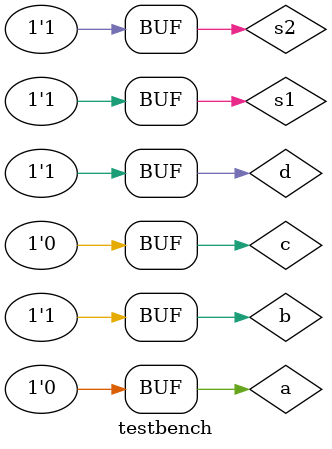
<source format=v>
module  mux_4to1 (
    a,b,c,d,s1,s2,y
);
    input a,b,c,d,s1,s2;
    output y;
    // assign y=s2?((s1?a:b):(s1?c:d);
    assign y=s2?(s1?a:b):(s1?c:d);

endmodule


module testbench;
reg a,b,c,d,s1,s2;
wire y;
mux_4to1 a1(a,b,c,d,s1,s2,y);
initial begin
    $dumpfile("wave.vcd");
    $dumpvars(0, testbench);

    $monitor("a = %b b= %b c= %b d= %b s1 =%b s2 = %b y=%b",a,b,c,d,s1,s2,y);
    
    a=0;b=1;c=0;d=1;s1=0;s2=0;#100;
    a=0;b=1;c=0;d=1;s1=0;s2=1;#100;
    a=0;b=1;c=0;d=1;s1=1;s2=0;#100;
    a=0;b=1;c=0;d=1;s1=1;s2=1;#100;

    // $display("a = %b b= %b c= %b d= %b s1 =%b s2 = %b y=%b",a,b,c,d,s1,s2,y);
end
    
endmodule
</source>
